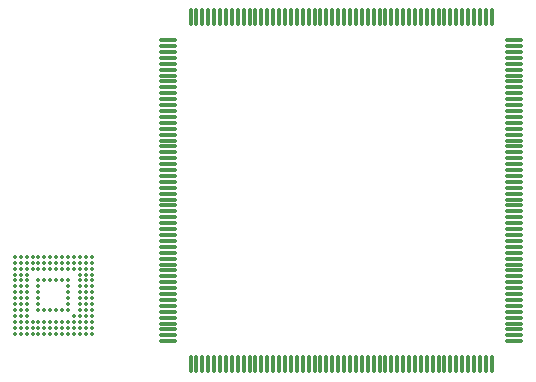
<source format=gbr>
%TF.GenerationSoftware,KiCad,Pcbnew,8.0.1*%
%TF.CreationDate,2024-04-17T21:00:07+02:00*%
%TF.ProjectId,STM32_Dev_Board,53544d33-325f-4446-9576-5f426f617264,rev?*%
%TF.SameCoordinates,Original*%
%TF.FileFunction,Paste,Bot*%
%TF.FilePolarity,Positive*%
%FSLAX46Y46*%
G04 Gerber Fmt 4.6, Leading zero omitted, Abs format (unit mm)*
G04 Created by KiCad (PCBNEW 8.0.1) date 2024-04-17 21:00:07*
%MOMM*%
%LPD*%
G01*
G04 APERTURE LIST*
G04 Aperture macros list*
%AMRoundRect*
0 Rectangle with rounded corners*
0 $1 Rounding radius*
0 $2 $3 $4 $5 $6 $7 $8 $9 X,Y pos of 4 corners*
0 Add a 4 corners polygon primitive as box body*
4,1,4,$2,$3,$4,$5,$6,$7,$8,$9,$2,$3,0*
0 Add four circle primitives for the rounded corners*
1,1,$1+$1,$2,$3*
1,1,$1+$1,$4,$5*
1,1,$1+$1,$6,$7*
1,1,$1+$1,$8,$9*
0 Add four rect primitives between the rounded corners*
20,1,$1+$1,$2,$3,$4,$5,0*
20,1,$1+$1,$4,$5,$6,$7,0*
20,1,$1+$1,$6,$7,$8,$9,0*
20,1,$1+$1,$8,$9,$2,$3,0*%
G04 Aperture macros list end*
%ADD10RoundRect,0.075000X-0.075000X0.675000X-0.075000X-0.675000X0.075000X-0.675000X0.075000X0.675000X0*%
%ADD11RoundRect,0.075000X-0.675000X0.075000X-0.675000X-0.075000X0.675000X-0.075000X0.675000X0.075000X0*%
%ADD12C,0.350000*%
G04 APERTURE END LIST*
D10*
%TO.C,U4*%
X199275000Y-63375000D03*
X199775000Y-63375000D03*
X200275000Y-63375000D03*
X200775000Y-63375000D03*
X201275000Y-63375000D03*
X201775000Y-63375000D03*
X202275000Y-63375000D03*
X202775000Y-63375000D03*
X203275000Y-63375000D03*
X203775000Y-63375000D03*
X204275000Y-63375000D03*
X204775000Y-63375000D03*
X205275000Y-63375000D03*
X205775000Y-63375000D03*
X206275000Y-63375000D03*
X206775000Y-63375000D03*
X207275000Y-63375000D03*
X207775000Y-63375000D03*
X208275000Y-63375000D03*
X208775000Y-63375000D03*
X209275000Y-63375000D03*
X209775000Y-63375000D03*
X210275000Y-63375000D03*
X210775000Y-63375000D03*
X211275000Y-63375000D03*
X211775000Y-63375000D03*
X212275000Y-63375000D03*
X212775000Y-63375000D03*
X213275000Y-63375000D03*
X213775000Y-63375000D03*
X214275000Y-63375000D03*
X214775000Y-63375000D03*
X215275000Y-63375000D03*
X215775000Y-63375000D03*
X216275000Y-63375000D03*
X216775000Y-63375000D03*
X217275000Y-63375000D03*
X217775000Y-63375000D03*
X218275000Y-63375000D03*
X218775000Y-63375000D03*
X219275000Y-63375000D03*
X219775000Y-63375000D03*
X220275000Y-63375000D03*
X220775000Y-63375000D03*
X221275000Y-63375000D03*
X221775000Y-63375000D03*
X222275000Y-63375000D03*
X222775000Y-63375000D03*
X223275000Y-63375000D03*
X223775000Y-63375000D03*
X224275000Y-63375000D03*
X224775000Y-63375000D03*
D11*
X226700000Y-65300000D03*
X226700000Y-65800000D03*
X226700000Y-66300000D03*
X226700000Y-66800000D03*
X226700000Y-67300000D03*
X226700000Y-67800000D03*
X226700000Y-68300000D03*
X226700000Y-68800000D03*
X226700000Y-69300000D03*
X226700000Y-69800000D03*
X226700000Y-70300000D03*
X226700000Y-70800000D03*
X226700000Y-71300000D03*
X226700000Y-71800000D03*
X226700000Y-72300000D03*
X226700000Y-72800000D03*
X226700000Y-73300000D03*
X226700000Y-73800000D03*
X226700000Y-74300000D03*
X226700000Y-74800000D03*
X226700000Y-75300000D03*
X226700000Y-75800000D03*
X226700000Y-76300000D03*
X226700000Y-76800000D03*
X226700000Y-77300000D03*
X226700000Y-77800000D03*
X226700000Y-78300000D03*
X226700000Y-78800000D03*
X226700000Y-79300000D03*
X226700000Y-79800000D03*
X226700000Y-80300000D03*
X226700000Y-80800000D03*
X226700000Y-81300000D03*
X226700000Y-81800000D03*
X226700000Y-82300000D03*
X226700000Y-82800000D03*
X226700000Y-83300000D03*
X226700000Y-83800000D03*
X226700000Y-84300000D03*
X226700000Y-84800000D03*
X226700000Y-85300000D03*
X226700000Y-85800000D03*
X226700000Y-86300000D03*
X226700000Y-86800000D03*
X226700000Y-87300000D03*
X226700000Y-87800000D03*
X226700000Y-88300000D03*
X226700000Y-88800000D03*
X226700000Y-89300000D03*
X226700000Y-89800000D03*
X226700000Y-90300000D03*
X226700000Y-90800000D03*
D10*
X224775000Y-92725000D03*
X224275000Y-92725000D03*
X223775000Y-92725000D03*
X223275000Y-92725000D03*
X222775000Y-92725000D03*
X222275000Y-92725000D03*
X221775000Y-92725000D03*
X221275000Y-92725000D03*
X220775000Y-92725000D03*
X220275000Y-92725000D03*
X219775000Y-92725000D03*
X219275000Y-92725000D03*
X218775000Y-92725000D03*
X218275000Y-92725000D03*
X217775000Y-92725000D03*
X217275000Y-92725000D03*
X216775000Y-92725000D03*
X216275000Y-92725000D03*
X215775000Y-92725000D03*
X215275000Y-92725000D03*
X214775000Y-92725000D03*
X214275000Y-92725000D03*
X213775000Y-92725000D03*
X213275000Y-92725000D03*
X212775000Y-92725000D03*
X212275000Y-92725000D03*
X211775000Y-92725000D03*
X211275000Y-92725000D03*
X210775000Y-92725000D03*
X210275000Y-92725000D03*
X209775000Y-92725000D03*
X209275000Y-92725000D03*
X208775000Y-92725000D03*
X208275000Y-92725000D03*
X207775000Y-92725000D03*
X207275000Y-92725000D03*
X206775000Y-92725000D03*
X206275000Y-92725000D03*
X205775000Y-92725000D03*
X205275000Y-92725000D03*
X204775000Y-92725000D03*
X204275000Y-92725000D03*
X203775000Y-92725000D03*
X203275000Y-92725000D03*
X202775000Y-92725000D03*
X202275000Y-92725000D03*
X201775000Y-92725000D03*
X201275000Y-92725000D03*
X200775000Y-92725000D03*
X200275000Y-92725000D03*
X199775000Y-92725000D03*
X199275000Y-92725000D03*
D11*
X197350000Y-90800000D03*
X197350000Y-90300000D03*
X197350000Y-89800000D03*
X197350000Y-89300000D03*
X197350000Y-88800000D03*
X197350000Y-88300000D03*
X197350000Y-87800000D03*
X197350000Y-87300000D03*
X197350000Y-86800000D03*
X197350000Y-86300000D03*
X197350000Y-85800000D03*
X197350000Y-85300000D03*
X197350000Y-84800000D03*
X197350000Y-84300000D03*
X197350000Y-83800000D03*
X197350000Y-83300000D03*
X197350000Y-82800000D03*
X197350000Y-82300000D03*
X197350000Y-81800000D03*
X197350000Y-81300000D03*
X197350000Y-80800000D03*
X197350000Y-80300000D03*
X197350000Y-79800000D03*
X197350000Y-79300000D03*
X197350000Y-78800000D03*
X197350000Y-78300000D03*
X197350000Y-77800000D03*
X197350000Y-77300000D03*
X197350000Y-76800000D03*
X197350000Y-76300000D03*
X197350000Y-75800000D03*
X197350000Y-75300000D03*
X197350000Y-74800000D03*
X197350000Y-74300000D03*
X197350000Y-73800000D03*
X197350000Y-73300000D03*
X197350000Y-72800000D03*
X197350000Y-72300000D03*
X197350000Y-71800000D03*
X197350000Y-71300000D03*
X197350000Y-70800000D03*
X197350000Y-70300000D03*
X197350000Y-69800000D03*
X197350000Y-69300000D03*
X197350000Y-68800000D03*
X197350000Y-68300000D03*
X197350000Y-67800000D03*
X197350000Y-67300000D03*
X197350000Y-66800000D03*
X197350000Y-66300000D03*
X197350000Y-65800000D03*
X197350000Y-65300000D03*
%TD*%
D12*
%TO.C,U12*%
X190900000Y-90150000D03*
X190900000Y-89650000D03*
X190900000Y-89150000D03*
X190900000Y-88650000D03*
X190900000Y-88150000D03*
X190900000Y-87650000D03*
X190900000Y-87150000D03*
X190900000Y-86650000D03*
X190900000Y-86150000D03*
X190900000Y-85650000D03*
X190900000Y-85150000D03*
X190900000Y-84650000D03*
X190900000Y-84150000D03*
X190900000Y-83650000D03*
X190400000Y-90150000D03*
X190400000Y-89650000D03*
X190400000Y-89150000D03*
X190400000Y-88650000D03*
X190400000Y-88150000D03*
X190400000Y-87650000D03*
X190400000Y-87150000D03*
X190400000Y-86650000D03*
X190400000Y-86150000D03*
X190400000Y-85650000D03*
X190400000Y-85150000D03*
X190400000Y-84650000D03*
X190400000Y-84150000D03*
X190400000Y-83650000D03*
X189900000Y-90150000D03*
X189900000Y-89650000D03*
X189900000Y-89150000D03*
X189900000Y-88650000D03*
X189900000Y-88150000D03*
X189900000Y-87650000D03*
X189900000Y-87150000D03*
X189900000Y-86650000D03*
X189900000Y-86150000D03*
X189900000Y-85650000D03*
X189900000Y-85150000D03*
X189900000Y-84650000D03*
X189900000Y-84150000D03*
X189900000Y-83650000D03*
X189400000Y-90150000D03*
X189400000Y-89650000D03*
X189400000Y-89150000D03*
X189400000Y-88650000D03*
X189400000Y-84650000D03*
X189400000Y-84150000D03*
X189400000Y-83650000D03*
X188900000Y-90150000D03*
X188900000Y-89650000D03*
X188900000Y-89150000D03*
X188900000Y-88150000D03*
X188900000Y-87650000D03*
X188900000Y-87150000D03*
X188900000Y-86650000D03*
X188900000Y-86150000D03*
X188900000Y-85650000D03*
X188900000Y-84650000D03*
X188900000Y-84150000D03*
X188900000Y-83650000D03*
X188400000Y-90150000D03*
X188400000Y-89650000D03*
X188400000Y-89150000D03*
X188400000Y-88150000D03*
X188400000Y-85650000D03*
X188400000Y-84650000D03*
X188400000Y-84150000D03*
X188400000Y-83650000D03*
X187900000Y-90150000D03*
X187900000Y-89650000D03*
X187900000Y-89150000D03*
X187900000Y-88150000D03*
X187900000Y-85650000D03*
X187900000Y-84650000D03*
X187900000Y-84150000D03*
X187900000Y-83650000D03*
X187400000Y-90150000D03*
X187400000Y-89650000D03*
X187400000Y-89150000D03*
X187400000Y-88150000D03*
X187400000Y-85650000D03*
X187400000Y-84650000D03*
X187400000Y-84150000D03*
X187400000Y-83650000D03*
X186900000Y-90150000D03*
X186900000Y-89650000D03*
X186900000Y-89150000D03*
X186900000Y-88150000D03*
X186900000Y-85650000D03*
X186900000Y-84650000D03*
X186900000Y-84150000D03*
X186900000Y-83650000D03*
X186400000Y-90150000D03*
X186400000Y-89650000D03*
X186400000Y-89150000D03*
X186400000Y-88150000D03*
X186400000Y-87650000D03*
X186400000Y-87150000D03*
X186400000Y-86650000D03*
X186400000Y-86150000D03*
X186400000Y-85650000D03*
X186400000Y-84650000D03*
X186400000Y-84150000D03*
X186400000Y-83650000D03*
X185900000Y-90150000D03*
X185900000Y-89650000D03*
X185900000Y-89150000D03*
X185900000Y-84650000D03*
X185900000Y-84150000D03*
X185900000Y-83650000D03*
X185400000Y-90150000D03*
X185400000Y-89650000D03*
X185400000Y-89150000D03*
X185400000Y-88650000D03*
X185400000Y-88150000D03*
X185400000Y-87650000D03*
X185400000Y-87150000D03*
X185400000Y-86650000D03*
X185400000Y-86150000D03*
X185400000Y-85650000D03*
X185400000Y-85150000D03*
X185400000Y-84650000D03*
X185400000Y-84150000D03*
X185400000Y-83650000D03*
X184900000Y-90150000D03*
X184900000Y-89650000D03*
X184900000Y-89150000D03*
X184900000Y-88650000D03*
X184900000Y-88150000D03*
X184900000Y-87650000D03*
X184900000Y-87150000D03*
X184900000Y-86650000D03*
X184900000Y-86150000D03*
X184900000Y-85650000D03*
X184900000Y-85150000D03*
X184900000Y-84650000D03*
X184900000Y-84150000D03*
X184900000Y-83650000D03*
X184400000Y-90150000D03*
X184400000Y-89650000D03*
X184400000Y-89150000D03*
X184400000Y-88650000D03*
X184400000Y-88150000D03*
X184400000Y-87650000D03*
X184400000Y-87150000D03*
X184400000Y-86650000D03*
X184400000Y-86150000D03*
X184400000Y-85650000D03*
X184400000Y-85150000D03*
X184400000Y-84650000D03*
X184400000Y-84150000D03*
X184400000Y-83650000D03*
%TD*%
M02*

</source>
